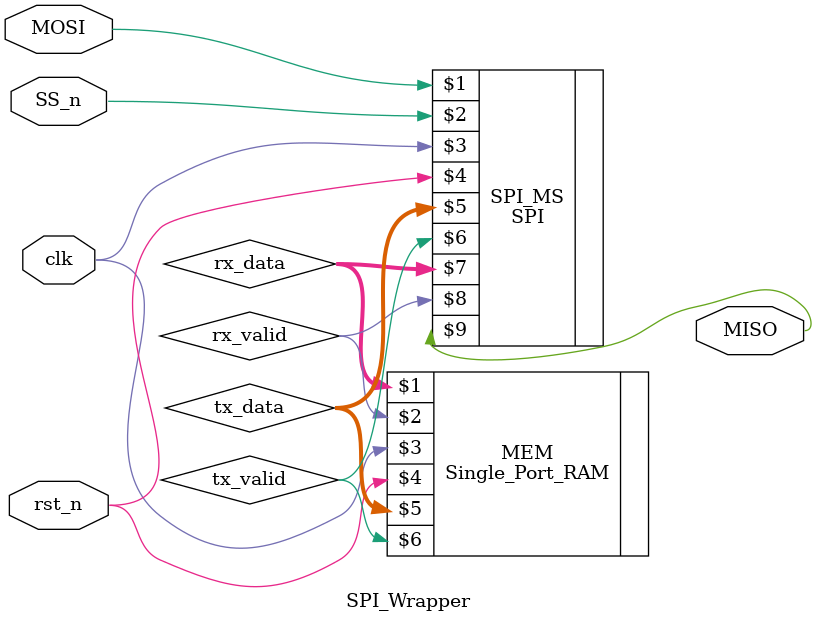
<source format=v>
module SPI_Wrapper (MOSI,SS_n,clk,rst_n,MISO); //// top module
input MOSI,SS_n,clk,rst_n;
output MISO;
wire [9:0] rx_data;
wire [7:0] tx_data;
wire tx_valid,rx_valid;
SPI SPI_MS(MOSI,SS_n,clk,rst_n,tx_data,tx_valid,rx_data,rx_valid,MISO);
Single_Port_RAM MEM(rx_data,rx_valid,clk,rst_n,tx_data,tx_valid);

endmodule //SPI_Wrapper
</source>
